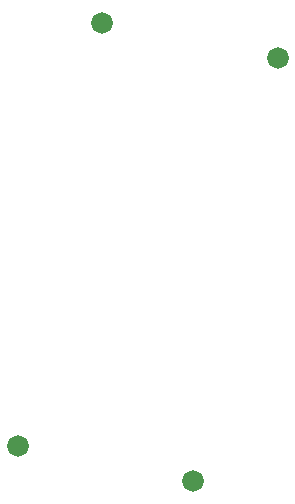
<source format=gbs>
G75*
%MOIN*%
%OFA0B0*%
%FSLAX24Y24*%
%IPPOS*%
%LPD*%
%AMOC8*
5,1,8,0,0,1.08239X$1,22.5*
%
%ADD10C,0.0720*%
D10*
X004570Y002430D03*
X010420Y001260D03*
X013230Y015370D03*
X007380Y016540D03*
M02*

</source>
